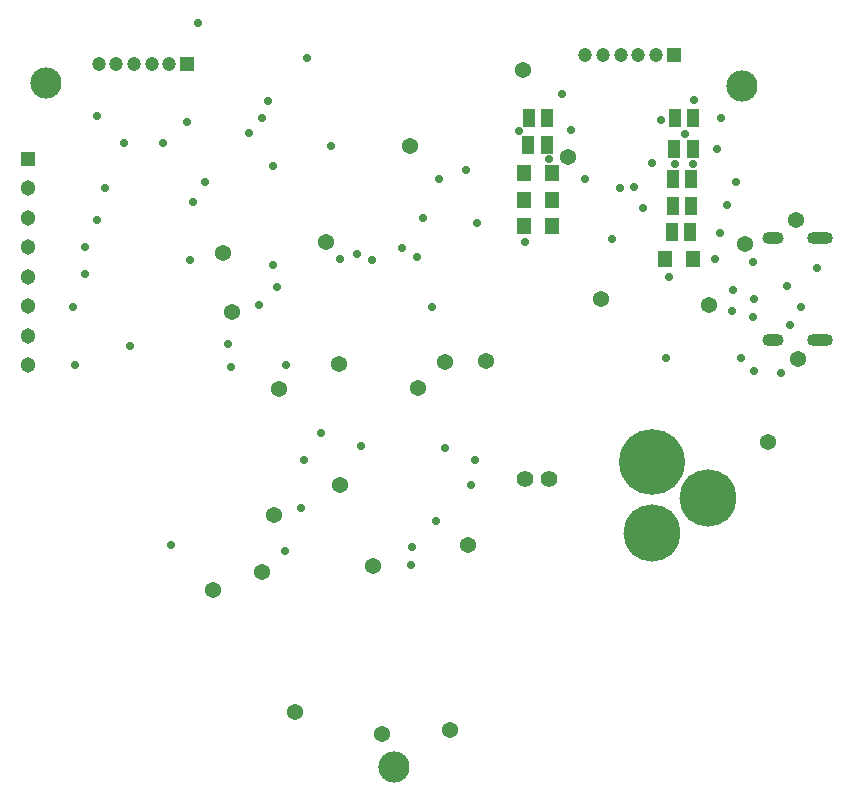
<source format=gbr>
%TF.GenerationSoftware,Altium Limited,Altium Designer,24.10.1 (45)*%
G04 Layer_Color=16711935*
%FSLAX45Y45*%
%MOMM*%
%TF.SameCoordinates,5161A517-D4F4-47BB-AA9F-3B40E8EE5112*%
%TF.FilePolarity,Negative*%
%TF.FileFunction,Soldermask,Bot*%
%TF.Part,Single*%
G01*
G75*
%TA.AperFunction,ComponentPad*%
G04:AMPARAMS|DCode=35|XSize=1mm|YSize=2.2mm|CornerRadius=0.5mm|HoleSize=0mm|Usage=FLASHONLY|Rotation=90.000|XOffset=0mm|YOffset=0mm|HoleType=Round|Shape=RoundedRectangle|*
%AMROUNDEDRECTD35*
21,1,1.00000,1.20000,0,0,90.0*
21,1,0.00000,2.20000,0,0,90.0*
1,1,1.00000,0.60000,0.00000*
1,1,1.00000,0.60000,0.00000*
1,1,1.00000,-0.60000,0.00000*
1,1,1.00000,-0.60000,0.00000*
%
%ADD35ROUNDEDRECTD35*%
G04:AMPARAMS|DCode=36|XSize=1mm|YSize=1.8mm|CornerRadius=0.5mm|HoleSize=0mm|Usage=FLASHONLY|Rotation=90.000|XOffset=0mm|YOffset=0mm|HoleType=Round|Shape=RoundedRectangle|*
%AMROUNDEDRECTD36*
21,1,1.00000,0.80000,0,0,90.0*
21,1,0.00000,1.80000,0,0,90.0*
1,1,1.00000,0.40000,0.00000*
1,1,1.00000,0.40000,0.00000*
1,1,1.00000,-0.40000,0.00000*
1,1,1.00000,-0.40000,0.00000*
%
%ADD36ROUNDEDRECTD36*%
%TA.AperFunction,SMDPad,CuDef*%
%ADD67R,1.12160X1.57160*%
%ADD70R,1.25160X1.35160*%
%TA.AperFunction,ViaPad*%
%ADD76C,2.64160*%
%TA.AperFunction,ComponentPad*%
%ADD77R,1.20160X1.20160*%
%ADD78C,1.20160*%
%ADD79R,1.30160X1.30160*%
%ADD80C,1.30160*%
%ADD81C,1.40160*%
%ADD82C,5.56160*%
%ADD83C,4.84160*%
%TA.AperFunction,ViaPad*%
%ADD84C,0.71120*%
%ADD85C,1.37160*%
D35*
X7455601Y3949502D02*
D03*
Y4813498D02*
D03*
D36*
X7055602Y3949502D02*
D03*
Y4813498D02*
D03*
D67*
X4983500Y5600700D02*
D03*
X5143500D02*
D03*
X4987300Y5829300D02*
D03*
X5147300D02*
D03*
X6223000D02*
D03*
X6383000D02*
D03*
X6197600Y4864100D02*
D03*
X6357600D02*
D03*
X6366500Y5308600D02*
D03*
X6206500D02*
D03*
X6379200Y5562600D02*
D03*
X6219200D02*
D03*
X6206500Y5080000D02*
D03*
X6366500D02*
D03*
D70*
X6143600Y4635500D02*
D03*
X6378600D02*
D03*
X4949800Y4914900D02*
D03*
X5184800D02*
D03*
X4949799Y5130800D02*
D03*
X5184800D02*
D03*
X5184800Y5359400D02*
D03*
X4949800D02*
D03*
D76*
X901700Y6121400D02*
D03*
X3848100Y330200D02*
D03*
X6794500Y6096000D02*
D03*
D77*
X2096201Y6286500D02*
D03*
X6215802Y6362700D02*
D03*
D78*
X1946204Y6286500D02*
D03*
X1796202D02*
D03*
X1646199D02*
D03*
X1496202D02*
D03*
X1346200D02*
D03*
X6065804Y6362700D02*
D03*
X5915802D02*
D03*
X5765800D02*
D03*
X5615803D02*
D03*
X5465801D02*
D03*
D79*
X749300Y5483804D02*
D03*
D80*
Y5233802D02*
D03*
Y4983800D02*
D03*
Y4733803D02*
D03*
Y4483801D02*
D03*
Y4233804D02*
D03*
Y3983802D02*
D03*
Y3733800D02*
D03*
D81*
X5156200Y2768600D02*
D03*
X4956200D02*
D03*
D82*
X6032500Y2911399D02*
D03*
D83*
Y2311400D02*
D03*
X6502502Y2611399D02*
D03*
D84*
X7175500Y4406900D02*
D03*
X5346700Y5727700D02*
D03*
X5270500Y6032500D02*
D03*
X2705100Y4241800D02*
D03*
X6111458Y5811151D02*
D03*
X3111500Y6337300D02*
D03*
X3657600Y4622800D02*
D03*
X3314700Y5588000D02*
D03*
X2781300Y5969000D02*
D03*
X5161376Y5476908D02*
D03*
X2933700Y3733800D02*
D03*
X2463800Y3721100D02*
D03*
X6667500Y5092700D02*
D03*
X6223000Y5435600D02*
D03*
X6743700Y5283200D02*
D03*
X6375400Y5435600D02*
D03*
X6578600Y5562600D02*
D03*
X6616700Y5829300D02*
D03*
X6311900Y5689600D02*
D03*
X6032500Y5448300D02*
D03*
X5956300Y5067300D02*
D03*
X6565900Y4635500D02*
D03*
X4953000Y4775200D02*
D03*
X4229100Y5308600D02*
D03*
X4457700Y5384800D02*
D03*
X4902200Y5715000D02*
D03*
X5764201Y5233999D02*
D03*
X4089400Y4978400D02*
D03*
X6705600Y4191000D02*
D03*
X2857500Y4394200D02*
D03*
X6172200Y4483100D02*
D03*
X6718300Y4368800D02*
D03*
X5461000Y5308600D02*
D03*
X6781800Y3797300D02*
D03*
X7200900Y4076700D02*
D03*
X3225800Y3162300D02*
D03*
X6604000Y4851400D02*
D03*
X5689600Y4800600D02*
D03*
X4546600Y4940300D02*
D03*
X5880100Y5245100D02*
D03*
X4038600Y4648200D02*
D03*
X3987800Y2044700D02*
D03*
X7429500Y4559300D02*
D03*
X6883400Y4610100D02*
D03*
X7289800Y4229100D02*
D03*
X7124700Y3670300D02*
D03*
X3086100Y2933700D02*
D03*
X2921000Y2159000D02*
D03*
X3060700Y2527300D02*
D03*
X2616200Y5702300D02*
D03*
X2120900Y4622800D02*
D03*
X2819400Y5422900D02*
D03*
Y4584700D02*
D03*
X6895380Y4293509D02*
D03*
X6883400Y4140200D02*
D03*
X6896100Y3683000D02*
D03*
X4000500Y2197100D02*
D03*
X1955800Y2209800D02*
D03*
X3390900Y4635500D02*
D03*
X1231900Y4508500D02*
D03*
X4279900Y3035300D02*
D03*
X3568700Y3048000D02*
D03*
X4495800Y2717800D02*
D03*
X4203700Y2413000D02*
D03*
X6146800Y3797300D02*
D03*
X4533900Y2933700D02*
D03*
X1333500Y5842000D02*
D03*
X3911600Y4724400D02*
D03*
X2184400Y6629400D02*
D03*
X3530600Y4673600D02*
D03*
X2730500Y5829300D02*
D03*
X2146300Y5118100D02*
D03*
X2438400Y3911600D02*
D03*
X1612900Y3898900D02*
D03*
X1397000Y5232400D02*
D03*
X1130300Y4229100D02*
D03*
X4165600D02*
D03*
X1231900Y4737100D02*
D03*
X1333500Y4965700D02*
D03*
X2247900Y5283200D02*
D03*
X1892300Y5613400D02*
D03*
X1562100D02*
D03*
X6388100Y5981700D02*
D03*
X1143000Y3733800D02*
D03*
X2095500Y5791200D02*
D03*
D85*
X2870200Y3530600D02*
D03*
X5320325Y5500075D02*
D03*
X2832100Y2463800D02*
D03*
X4470400Y2209800D02*
D03*
X3275251Y4773851D02*
D03*
X7010400Y3086100D02*
D03*
X3378200Y3746500D02*
D03*
X3670300Y2032000D02*
D03*
X5600700Y4292600D02*
D03*
X4940300Y6235700D02*
D03*
X3987201Y5588599D02*
D03*
X2479700Y4181500D02*
D03*
X6819900Y4762500D02*
D03*
X7251700Y4965700D02*
D03*
X7264400Y3784600D02*
D03*
X6515100Y4241800D02*
D03*
X2400300Y4686300D02*
D03*
X4051300Y3543300D02*
D03*
X4622800Y3771900D02*
D03*
X4279900Y3759200D02*
D03*
X3746500Y609600D02*
D03*
X3390900Y2717800D02*
D03*
X4318000Y647700D02*
D03*
X3009900Y800100D02*
D03*
X2311400Y1828800D02*
D03*
X2730500Y1981200D02*
D03*
%TF.MD5,68efcf7cfba38ac6cd8b00bfb77d0e89*%
M02*

</source>
